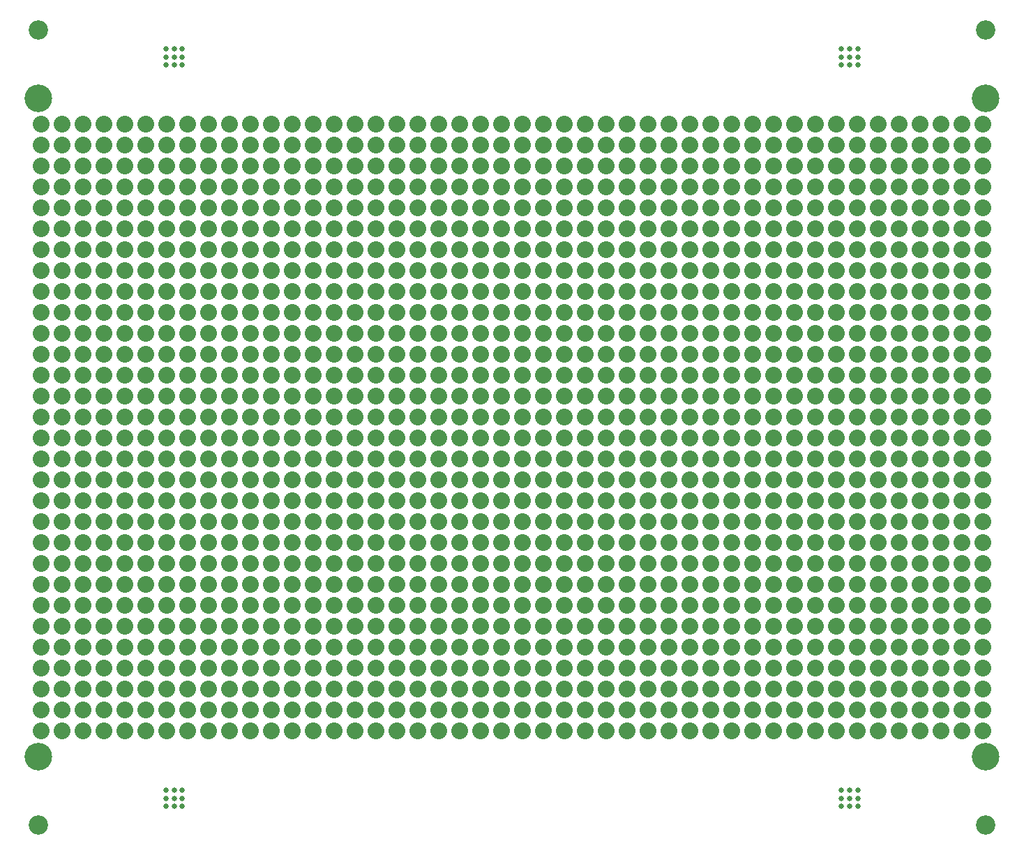
<source format=gbs>
G75*
%MOIN*%
%OFA0B0*%
%FSLAX25Y25*%
%IPPOS*%
%LPD*%
%AMOC8*
5,1,8,0,0,1.08239X$1,22.5*
%
%ADD10C,0.13198*%
%ADD11C,0.02569*%
%ADD12C,0.09261*%
%ADD13C,0.08000*%
D10*
X0016427Y0041170D03*
X0016427Y0356131D03*
X0469183Y0356131D03*
X0469183Y0041170D03*
D11*
X0408159Y0025422D03*
X0408159Y0021485D03*
X0408159Y0017548D03*
X0404222Y0017548D03*
X0404222Y0021485D03*
X0404222Y0025422D03*
X0400285Y0025422D03*
X0400285Y0021485D03*
X0400285Y0017548D03*
X0085324Y0017548D03*
X0081387Y0017548D03*
X0077450Y0017548D03*
X0077450Y0021485D03*
X0077450Y0025422D03*
X0081387Y0025422D03*
X0081387Y0021485D03*
X0085324Y0021485D03*
X0085324Y0025422D03*
X0085324Y0371879D03*
X0081387Y0371879D03*
X0077450Y0371879D03*
X0077450Y0375816D03*
X0077450Y0379753D03*
X0081387Y0379753D03*
X0081387Y0375816D03*
X0085324Y0375816D03*
X0085324Y0379753D03*
X0400285Y0379753D03*
X0404222Y0379753D03*
X0408159Y0379753D03*
X0408159Y0375816D03*
X0404222Y0375816D03*
X0400285Y0375816D03*
X0400285Y0371879D03*
X0404222Y0371879D03*
X0408159Y0371879D03*
D12*
X0016427Y0008690D03*
X0469183Y0008690D03*
X0469183Y0388611D03*
X0016427Y0388611D03*
D13*
X0017805Y0343650D03*
X0027805Y0343650D03*
X0037805Y0343650D03*
X0047805Y0343650D03*
X0057805Y0343650D03*
X0067805Y0343650D03*
X0067805Y0333650D03*
X0067805Y0323650D03*
X0057805Y0323650D03*
X0047805Y0323650D03*
X0037805Y0323650D03*
X0027805Y0323650D03*
X0017805Y0323650D03*
X0017805Y0333650D03*
X0027805Y0333650D03*
X0037805Y0333650D03*
X0047805Y0333650D03*
X0057805Y0333650D03*
X0057805Y0313650D03*
X0057805Y0303650D03*
X0067805Y0303650D03*
X0067805Y0313650D03*
X0077805Y0313650D03*
X0077805Y0303650D03*
X0087805Y0303650D03*
X0097805Y0303650D03*
X0107805Y0303650D03*
X0117805Y0303650D03*
X0127805Y0303650D03*
X0137805Y0303650D03*
X0147805Y0303650D03*
X0157805Y0303650D03*
X0167805Y0303650D03*
X0177805Y0303650D03*
X0187805Y0303650D03*
X0197805Y0303650D03*
X0207805Y0303650D03*
X0217805Y0303650D03*
X0227805Y0303650D03*
X0227805Y0313650D03*
X0217805Y0313650D03*
X0207805Y0313650D03*
X0197805Y0313650D03*
X0187805Y0313650D03*
X0177805Y0313650D03*
X0167805Y0313650D03*
X0157805Y0313650D03*
X0147805Y0313650D03*
X0137805Y0313650D03*
X0127805Y0313650D03*
X0117805Y0313650D03*
X0107805Y0313650D03*
X0097805Y0313650D03*
X0087805Y0313650D03*
X0087805Y0323650D03*
X0097805Y0323650D03*
X0107805Y0323650D03*
X0117805Y0323650D03*
X0127805Y0323650D03*
X0137805Y0323650D03*
X0147805Y0323650D03*
X0157805Y0323650D03*
X0167805Y0323650D03*
X0177805Y0323650D03*
X0187805Y0323650D03*
X0197805Y0323650D03*
X0207805Y0323650D03*
X0217805Y0323650D03*
X0227805Y0323650D03*
X0227805Y0333650D03*
X0217805Y0333650D03*
X0207805Y0333650D03*
X0197805Y0333650D03*
X0187805Y0333650D03*
X0177805Y0333650D03*
X0167805Y0333650D03*
X0157805Y0333650D03*
X0147805Y0333650D03*
X0137805Y0333650D03*
X0127805Y0333650D03*
X0117805Y0333650D03*
X0107805Y0333650D03*
X0097805Y0333650D03*
X0087805Y0333650D03*
X0077805Y0333650D03*
X0077805Y0323650D03*
X0077805Y0343650D03*
X0087805Y0343650D03*
X0097805Y0343650D03*
X0107805Y0343650D03*
X0117805Y0343650D03*
X0127805Y0343650D03*
X0137805Y0343650D03*
X0147805Y0343650D03*
X0157805Y0343650D03*
X0167805Y0343650D03*
X0177805Y0343650D03*
X0187805Y0343650D03*
X0197805Y0343650D03*
X0207805Y0343650D03*
X0217805Y0343650D03*
X0227805Y0343650D03*
X0237805Y0343650D03*
X0247805Y0343650D03*
X0257805Y0343650D03*
X0267805Y0343650D03*
X0277805Y0343650D03*
X0287805Y0343650D03*
X0297805Y0343650D03*
X0307805Y0343650D03*
X0317805Y0343650D03*
X0327805Y0343650D03*
X0337805Y0343650D03*
X0347805Y0343650D03*
X0357805Y0343650D03*
X0367805Y0343650D03*
X0377805Y0343650D03*
X0387805Y0343650D03*
X0387805Y0333650D03*
X0387805Y0323650D03*
X0377805Y0323650D03*
X0367805Y0323650D03*
X0357805Y0323650D03*
X0347805Y0323650D03*
X0337805Y0323650D03*
X0327805Y0323650D03*
X0317805Y0323650D03*
X0307805Y0323650D03*
X0297805Y0323650D03*
X0287805Y0323650D03*
X0277805Y0323650D03*
X0267805Y0323650D03*
X0257805Y0323650D03*
X0247805Y0323650D03*
X0237805Y0323650D03*
X0237805Y0333650D03*
X0247805Y0333650D03*
X0257805Y0333650D03*
X0267805Y0333650D03*
X0277805Y0333650D03*
X0287805Y0333650D03*
X0297805Y0333650D03*
X0307805Y0333650D03*
X0317805Y0333650D03*
X0327805Y0333650D03*
X0337805Y0333650D03*
X0347805Y0333650D03*
X0357805Y0333650D03*
X0367805Y0333650D03*
X0377805Y0333650D03*
X0377805Y0313650D03*
X0377805Y0303650D03*
X0387805Y0303650D03*
X0387805Y0313650D03*
X0397805Y0313650D03*
X0397805Y0303650D03*
X0407805Y0303650D03*
X0417805Y0303650D03*
X0427805Y0303650D03*
X0437805Y0303650D03*
X0447805Y0303650D03*
X0457805Y0303650D03*
X0467805Y0303650D03*
X0467805Y0313650D03*
X0457805Y0313650D03*
X0447805Y0313650D03*
X0437805Y0313650D03*
X0427805Y0313650D03*
X0417805Y0313650D03*
X0407805Y0313650D03*
X0407805Y0323650D03*
X0417805Y0323650D03*
X0427805Y0323650D03*
X0437805Y0323650D03*
X0447805Y0323650D03*
X0457805Y0323650D03*
X0467805Y0323650D03*
X0467805Y0333650D03*
X0457805Y0333650D03*
X0447805Y0333650D03*
X0437805Y0333650D03*
X0427805Y0333650D03*
X0417805Y0333650D03*
X0407805Y0333650D03*
X0397805Y0333650D03*
X0397805Y0323650D03*
X0397805Y0343650D03*
X0407805Y0343650D03*
X0417805Y0343650D03*
X0427805Y0343650D03*
X0437805Y0343650D03*
X0447805Y0343650D03*
X0457805Y0343650D03*
X0467805Y0343650D03*
X0467805Y0293650D03*
X0467805Y0283650D03*
X0457805Y0283650D03*
X0447805Y0283650D03*
X0437805Y0283650D03*
X0427805Y0283650D03*
X0417805Y0283650D03*
X0407805Y0283650D03*
X0397805Y0283650D03*
X0397805Y0293650D03*
X0407805Y0293650D03*
X0417805Y0293650D03*
X0427805Y0293650D03*
X0437805Y0293650D03*
X0447805Y0293650D03*
X0457805Y0293650D03*
X0457805Y0273650D03*
X0457805Y0263650D03*
X0467805Y0263650D03*
X0467805Y0273650D03*
X0447805Y0273650D03*
X0447805Y0263650D03*
X0437805Y0263650D03*
X0427805Y0263650D03*
X0417805Y0263650D03*
X0407805Y0263650D03*
X0397805Y0263650D03*
X0397805Y0273650D03*
X0407805Y0273650D03*
X0417805Y0273650D03*
X0427805Y0273650D03*
X0437805Y0273650D03*
X0437805Y0253650D03*
X0437805Y0243650D03*
X0447805Y0243650D03*
X0457805Y0243650D03*
X0467805Y0243650D03*
X0467805Y0253650D03*
X0457805Y0253650D03*
X0447805Y0253650D03*
X0427805Y0253650D03*
X0427805Y0243650D03*
X0417805Y0243650D03*
X0407805Y0243650D03*
X0397805Y0243650D03*
X0397805Y0253650D03*
X0407805Y0253650D03*
X0417805Y0253650D03*
X0417805Y0233650D03*
X0417805Y0223650D03*
X0427805Y0223650D03*
X0437805Y0223650D03*
X0447805Y0223650D03*
X0457805Y0223650D03*
X0467805Y0223650D03*
X0467805Y0233650D03*
X0457805Y0233650D03*
X0447805Y0233650D03*
X0437805Y0233650D03*
X0427805Y0233650D03*
X0407805Y0233650D03*
X0407805Y0223650D03*
X0397805Y0223650D03*
X0397805Y0233650D03*
X0387805Y0233650D03*
X0387805Y0223650D03*
X0377805Y0223650D03*
X0367805Y0223650D03*
X0357805Y0223650D03*
X0347805Y0223650D03*
X0337805Y0223650D03*
X0327805Y0223650D03*
X0317805Y0223650D03*
X0307805Y0223650D03*
X0297805Y0223650D03*
X0287805Y0223650D03*
X0277805Y0223650D03*
X0267805Y0223650D03*
X0257805Y0223650D03*
X0247805Y0223650D03*
X0237805Y0223650D03*
X0237805Y0233650D03*
X0247805Y0233650D03*
X0257805Y0233650D03*
X0267805Y0233650D03*
X0277805Y0233650D03*
X0287805Y0233650D03*
X0297805Y0233650D03*
X0307805Y0233650D03*
X0317805Y0233650D03*
X0327805Y0233650D03*
X0337805Y0233650D03*
X0347805Y0233650D03*
X0357805Y0233650D03*
X0367805Y0233650D03*
X0377805Y0233650D03*
X0377805Y0243650D03*
X0387805Y0243650D03*
X0387805Y0253650D03*
X0377805Y0253650D03*
X0367805Y0253650D03*
X0367805Y0243650D03*
X0357805Y0243650D03*
X0347805Y0243650D03*
X0337805Y0243650D03*
X0327805Y0243650D03*
X0317805Y0243650D03*
X0307805Y0243650D03*
X0297805Y0243650D03*
X0287805Y0243650D03*
X0277805Y0243650D03*
X0267805Y0243650D03*
X0257805Y0243650D03*
X0247805Y0243650D03*
X0237805Y0243650D03*
X0237805Y0253650D03*
X0247805Y0253650D03*
X0257805Y0253650D03*
X0267805Y0253650D03*
X0277805Y0253650D03*
X0287805Y0253650D03*
X0297805Y0253650D03*
X0307805Y0253650D03*
X0317805Y0253650D03*
X0327805Y0253650D03*
X0337805Y0253650D03*
X0347805Y0253650D03*
X0357805Y0253650D03*
X0357805Y0263650D03*
X0367805Y0263650D03*
X0377805Y0263650D03*
X0387805Y0263650D03*
X0387805Y0273650D03*
X0377805Y0273650D03*
X0367805Y0273650D03*
X0357805Y0273650D03*
X0347805Y0273650D03*
X0347805Y0263650D03*
X0337805Y0263650D03*
X0327805Y0263650D03*
X0317805Y0263650D03*
X0307805Y0263650D03*
X0297805Y0263650D03*
X0287805Y0263650D03*
X0277805Y0263650D03*
X0267805Y0263650D03*
X0257805Y0263650D03*
X0247805Y0263650D03*
X0237805Y0263650D03*
X0237805Y0273650D03*
X0247805Y0273650D03*
X0257805Y0273650D03*
X0267805Y0273650D03*
X0277805Y0273650D03*
X0287805Y0273650D03*
X0297805Y0273650D03*
X0307805Y0273650D03*
X0317805Y0273650D03*
X0327805Y0273650D03*
X0337805Y0273650D03*
X0337805Y0283650D03*
X0347805Y0283650D03*
X0357805Y0283650D03*
X0367805Y0283650D03*
X0377805Y0283650D03*
X0387805Y0283650D03*
X0387805Y0293650D03*
X0377805Y0293650D03*
X0367805Y0293650D03*
X0357805Y0293650D03*
X0347805Y0293650D03*
X0337805Y0293650D03*
X0327805Y0293650D03*
X0327805Y0283650D03*
X0317805Y0283650D03*
X0307805Y0283650D03*
X0297805Y0283650D03*
X0287805Y0283650D03*
X0277805Y0283650D03*
X0267805Y0283650D03*
X0257805Y0283650D03*
X0247805Y0283650D03*
X0237805Y0283650D03*
X0237805Y0293650D03*
X0247805Y0293650D03*
X0257805Y0293650D03*
X0267805Y0293650D03*
X0277805Y0293650D03*
X0287805Y0293650D03*
X0297805Y0293650D03*
X0307805Y0293650D03*
X0317805Y0293650D03*
X0317805Y0303650D03*
X0327805Y0303650D03*
X0337805Y0303650D03*
X0347805Y0303650D03*
X0357805Y0303650D03*
X0367805Y0303650D03*
X0367805Y0313650D03*
X0357805Y0313650D03*
X0347805Y0313650D03*
X0337805Y0313650D03*
X0327805Y0313650D03*
X0317805Y0313650D03*
X0307805Y0313650D03*
X0307805Y0303650D03*
X0297805Y0303650D03*
X0287805Y0303650D03*
X0277805Y0303650D03*
X0267805Y0303650D03*
X0257805Y0303650D03*
X0247805Y0303650D03*
X0237805Y0303650D03*
X0237805Y0313650D03*
X0247805Y0313650D03*
X0257805Y0313650D03*
X0267805Y0313650D03*
X0277805Y0313650D03*
X0287805Y0313650D03*
X0297805Y0313650D03*
X0227805Y0293650D03*
X0227805Y0283650D03*
X0217805Y0283650D03*
X0207805Y0283650D03*
X0197805Y0283650D03*
X0187805Y0283650D03*
X0177805Y0283650D03*
X0167805Y0283650D03*
X0157805Y0283650D03*
X0147805Y0283650D03*
X0137805Y0283650D03*
X0127805Y0283650D03*
X0117805Y0283650D03*
X0107805Y0283650D03*
X0097805Y0283650D03*
X0087805Y0283650D03*
X0077805Y0283650D03*
X0077805Y0293650D03*
X0087805Y0293650D03*
X0097805Y0293650D03*
X0107805Y0293650D03*
X0117805Y0293650D03*
X0127805Y0293650D03*
X0137805Y0293650D03*
X0147805Y0293650D03*
X0157805Y0293650D03*
X0167805Y0293650D03*
X0177805Y0293650D03*
X0187805Y0293650D03*
X0197805Y0293650D03*
X0207805Y0293650D03*
X0217805Y0293650D03*
X0217805Y0273650D03*
X0217805Y0263650D03*
X0227805Y0263650D03*
X0227805Y0273650D03*
X0207805Y0273650D03*
X0207805Y0263650D03*
X0197805Y0263650D03*
X0187805Y0263650D03*
X0177805Y0263650D03*
X0167805Y0263650D03*
X0157805Y0263650D03*
X0147805Y0263650D03*
X0137805Y0263650D03*
X0127805Y0263650D03*
X0117805Y0263650D03*
X0107805Y0263650D03*
X0097805Y0263650D03*
X0087805Y0263650D03*
X0077805Y0263650D03*
X0077805Y0273650D03*
X0087805Y0273650D03*
X0097805Y0273650D03*
X0107805Y0273650D03*
X0117805Y0273650D03*
X0127805Y0273650D03*
X0137805Y0273650D03*
X0147805Y0273650D03*
X0157805Y0273650D03*
X0167805Y0273650D03*
X0177805Y0273650D03*
X0187805Y0273650D03*
X0197805Y0273650D03*
X0197805Y0253650D03*
X0197805Y0243650D03*
X0207805Y0243650D03*
X0217805Y0243650D03*
X0227805Y0243650D03*
X0227805Y0253650D03*
X0217805Y0253650D03*
X0207805Y0253650D03*
X0187805Y0253650D03*
X0187805Y0243650D03*
X0177805Y0243650D03*
X0167805Y0243650D03*
X0157805Y0243650D03*
X0147805Y0243650D03*
X0137805Y0243650D03*
X0127805Y0243650D03*
X0117805Y0243650D03*
X0107805Y0243650D03*
X0097805Y0243650D03*
X0087805Y0243650D03*
X0077805Y0243650D03*
X0077805Y0253650D03*
X0087805Y0253650D03*
X0097805Y0253650D03*
X0107805Y0253650D03*
X0117805Y0253650D03*
X0127805Y0253650D03*
X0137805Y0253650D03*
X0147805Y0253650D03*
X0157805Y0253650D03*
X0167805Y0253650D03*
X0177805Y0253650D03*
X0177805Y0233650D03*
X0177805Y0223650D03*
X0187805Y0223650D03*
X0197805Y0223650D03*
X0207805Y0223650D03*
X0217805Y0223650D03*
X0227805Y0223650D03*
X0227805Y0233650D03*
X0217805Y0233650D03*
X0207805Y0233650D03*
X0197805Y0233650D03*
X0187805Y0233650D03*
X0167805Y0233650D03*
X0167805Y0223650D03*
X0157805Y0223650D03*
X0147805Y0223650D03*
X0137805Y0223650D03*
X0127805Y0223650D03*
X0117805Y0223650D03*
X0107805Y0223650D03*
X0097805Y0223650D03*
X0087805Y0223650D03*
X0077805Y0223650D03*
X0077805Y0233650D03*
X0087805Y0233650D03*
X0097805Y0233650D03*
X0107805Y0233650D03*
X0117805Y0233650D03*
X0127805Y0233650D03*
X0137805Y0233650D03*
X0147805Y0233650D03*
X0157805Y0233650D03*
X0157805Y0213650D03*
X0157805Y0203650D03*
X0167805Y0203650D03*
X0177805Y0203650D03*
X0187805Y0203650D03*
X0197805Y0203650D03*
X0207805Y0203650D03*
X0217805Y0203650D03*
X0227805Y0203650D03*
X0227805Y0213650D03*
X0217805Y0213650D03*
X0207805Y0213650D03*
X0197805Y0213650D03*
X0187805Y0213650D03*
X0177805Y0213650D03*
X0167805Y0213650D03*
X0147805Y0213650D03*
X0147805Y0203650D03*
X0137805Y0203650D03*
X0127805Y0203650D03*
X0117805Y0203650D03*
X0107805Y0203650D03*
X0097805Y0203650D03*
X0087805Y0203650D03*
X0077805Y0203650D03*
X0077805Y0213650D03*
X0087805Y0213650D03*
X0097805Y0213650D03*
X0107805Y0213650D03*
X0117805Y0213650D03*
X0127805Y0213650D03*
X0137805Y0213650D03*
X0137805Y0193650D03*
X0137805Y0183650D03*
X0147805Y0183650D03*
X0157805Y0183650D03*
X0167805Y0183650D03*
X0177805Y0183650D03*
X0187805Y0183650D03*
X0197805Y0183650D03*
X0207805Y0183650D03*
X0217805Y0183650D03*
X0227805Y0183650D03*
X0227805Y0193650D03*
X0217805Y0193650D03*
X0207805Y0193650D03*
X0197805Y0193650D03*
X0187805Y0193650D03*
X0177805Y0193650D03*
X0167805Y0193650D03*
X0157805Y0193650D03*
X0147805Y0193650D03*
X0127805Y0193650D03*
X0127805Y0183650D03*
X0117805Y0183650D03*
X0107805Y0183650D03*
X0097805Y0183650D03*
X0087805Y0183650D03*
X0077805Y0183650D03*
X0077805Y0193650D03*
X0087805Y0193650D03*
X0097805Y0193650D03*
X0107805Y0193650D03*
X0117805Y0193650D03*
X0117805Y0173650D03*
X0117805Y0163650D03*
X0127805Y0163650D03*
X0137805Y0163650D03*
X0147805Y0163650D03*
X0157805Y0163650D03*
X0167805Y0163650D03*
X0177805Y0163650D03*
X0187805Y0163650D03*
X0197805Y0163650D03*
X0207805Y0163650D03*
X0217805Y0163650D03*
X0227805Y0163650D03*
X0227805Y0173650D03*
X0217805Y0173650D03*
X0207805Y0173650D03*
X0197805Y0173650D03*
X0187805Y0173650D03*
X0177805Y0173650D03*
X0167805Y0173650D03*
X0157805Y0173650D03*
X0147805Y0173650D03*
X0137805Y0173650D03*
X0127805Y0173650D03*
X0107805Y0173650D03*
X0107805Y0163650D03*
X0097805Y0163650D03*
X0087805Y0163650D03*
X0077805Y0163650D03*
X0077805Y0173650D03*
X0087805Y0173650D03*
X0097805Y0173650D03*
X0097805Y0153650D03*
X0097805Y0143650D03*
X0107805Y0143650D03*
X0117805Y0143650D03*
X0127805Y0143650D03*
X0137805Y0143650D03*
X0147805Y0143650D03*
X0157805Y0143650D03*
X0167805Y0143650D03*
X0177805Y0143650D03*
X0187805Y0143650D03*
X0197805Y0143650D03*
X0207805Y0143650D03*
X0217805Y0143650D03*
X0227805Y0143650D03*
X0227805Y0153650D03*
X0217805Y0153650D03*
X0207805Y0153650D03*
X0197805Y0153650D03*
X0187805Y0153650D03*
X0177805Y0153650D03*
X0167805Y0153650D03*
X0157805Y0153650D03*
X0147805Y0153650D03*
X0137805Y0153650D03*
X0127805Y0153650D03*
X0117805Y0153650D03*
X0107805Y0153650D03*
X0087805Y0153650D03*
X0087805Y0143650D03*
X0077805Y0143650D03*
X0077805Y0153650D03*
X0067805Y0153650D03*
X0067805Y0143650D03*
X0057805Y0143650D03*
X0047805Y0143650D03*
X0037805Y0143650D03*
X0027805Y0143650D03*
X0017805Y0143650D03*
X0017805Y0153650D03*
X0027805Y0153650D03*
X0037805Y0153650D03*
X0047805Y0153650D03*
X0057805Y0153650D03*
X0057805Y0163650D03*
X0067805Y0163650D03*
X0067805Y0173650D03*
X0057805Y0173650D03*
X0047805Y0173650D03*
X0047805Y0163650D03*
X0037805Y0163650D03*
X0027805Y0163650D03*
X0017805Y0163650D03*
X0017805Y0173650D03*
X0027805Y0173650D03*
X0037805Y0173650D03*
X0037805Y0183650D03*
X0047805Y0183650D03*
X0057805Y0183650D03*
X0067805Y0183650D03*
X0067805Y0193650D03*
X0057805Y0193650D03*
X0047805Y0193650D03*
X0037805Y0193650D03*
X0027805Y0193650D03*
X0027805Y0183650D03*
X0017805Y0183650D03*
X0017805Y0193650D03*
X0017805Y0203650D03*
X0027805Y0203650D03*
X0037805Y0203650D03*
X0047805Y0203650D03*
X0057805Y0203650D03*
X0067805Y0203650D03*
X0067805Y0213650D03*
X0057805Y0213650D03*
X0047805Y0213650D03*
X0037805Y0213650D03*
X0027805Y0213650D03*
X0017805Y0213650D03*
X0017805Y0223650D03*
X0027805Y0223650D03*
X0037805Y0223650D03*
X0047805Y0223650D03*
X0057805Y0223650D03*
X0067805Y0223650D03*
X0067805Y0233650D03*
X0057805Y0233650D03*
X0047805Y0233650D03*
X0037805Y0233650D03*
X0027805Y0233650D03*
X0017805Y0233650D03*
X0017805Y0243650D03*
X0027805Y0243650D03*
X0037805Y0243650D03*
X0047805Y0243650D03*
X0057805Y0243650D03*
X0067805Y0243650D03*
X0067805Y0253650D03*
X0057805Y0253650D03*
X0047805Y0253650D03*
X0037805Y0253650D03*
X0027805Y0253650D03*
X0017805Y0253650D03*
X0017805Y0263650D03*
X0027805Y0263650D03*
X0037805Y0263650D03*
X0047805Y0263650D03*
X0057805Y0263650D03*
X0067805Y0263650D03*
X0067805Y0273650D03*
X0057805Y0273650D03*
X0047805Y0273650D03*
X0037805Y0273650D03*
X0027805Y0273650D03*
X0017805Y0273650D03*
X0017805Y0283650D03*
X0027805Y0283650D03*
X0037805Y0283650D03*
X0047805Y0283650D03*
X0057805Y0283650D03*
X0067805Y0283650D03*
X0067805Y0293650D03*
X0057805Y0293650D03*
X0047805Y0293650D03*
X0037805Y0293650D03*
X0027805Y0293650D03*
X0017805Y0293650D03*
X0017805Y0303650D03*
X0027805Y0303650D03*
X0037805Y0303650D03*
X0047805Y0303650D03*
X0047805Y0313650D03*
X0037805Y0313650D03*
X0027805Y0313650D03*
X0017805Y0313650D03*
X0017805Y0133650D03*
X0017805Y0123650D03*
X0027805Y0123650D03*
X0037805Y0123650D03*
X0047805Y0123650D03*
X0057805Y0123650D03*
X0067805Y0123650D03*
X0067805Y0133650D03*
X0057805Y0133650D03*
X0047805Y0133650D03*
X0037805Y0133650D03*
X0027805Y0133650D03*
X0027805Y0113650D03*
X0027805Y0103650D03*
X0037805Y0103650D03*
X0047805Y0103650D03*
X0057805Y0103650D03*
X0067805Y0103650D03*
X0067805Y0113650D03*
X0057805Y0113650D03*
X0047805Y0113650D03*
X0037805Y0113650D03*
X0017805Y0113650D03*
X0017805Y0103650D03*
X0017805Y0093650D03*
X0017805Y0083650D03*
X0027805Y0083650D03*
X0037805Y0083650D03*
X0047805Y0083650D03*
X0057805Y0083650D03*
X0067805Y0083650D03*
X0067805Y0093650D03*
X0057805Y0093650D03*
X0047805Y0093650D03*
X0037805Y0093650D03*
X0027805Y0093650D03*
X0027805Y0073650D03*
X0027805Y0063650D03*
X0037805Y0063650D03*
X0047805Y0063650D03*
X0057805Y0063650D03*
X0067805Y0063650D03*
X0067805Y0073650D03*
X0057805Y0073650D03*
X0047805Y0073650D03*
X0037805Y0073650D03*
X0017805Y0073650D03*
X0017805Y0063650D03*
X0017805Y0053650D03*
X0027805Y0053650D03*
X0037805Y0053650D03*
X0047805Y0053650D03*
X0057805Y0053650D03*
X0067805Y0053650D03*
X0077805Y0053650D03*
X0087805Y0053650D03*
X0097805Y0053650D03*
X0107805Y0053650D03*
X0117805Y0053650D03*
X0127805Y0053650D03*
X0137805Y0053650D03*
X0147805Y0053650D03*
X0157805Y0053650D03*
X0167805Y0053650D03*
X0177805Y0053650D03*
X0187805Y0053650D03*
X0197805Y0053650D03*
X0207805Y0053650D03*
X0217805Y0053650D03*
X0227805Y0053650D03*
X0237805Y0053650D03*
X0247805Y0053650D03*
X0257805Y0053650D03*
X0267805Y0053650D03*
X0277805Y0053650D03*
X0287805Y0053650D03*
X0297805Y0053650D03*
X0307805Y0053650D03*
X0317805Y0053650D03*
X0327805Y0053650D03*
X0337805Y0053650D03*
X0347805Y0053650D03*
X0357805Y0053650D03*
X0367805Y0053650D03*
X0377805Y0053650D03*
X0387805Y0053650D03*
X0397805Y0053650D03*
X0407805Y0053650D03*
X0417805Y0053650D03*
X0427805Y0053650D03*
X0437805Y0053650D03*
X0447805Y0053650D03*
X0457805Y0053650D03*
X0467805Y0053650D03*
X0467805Y0063650D03*
X0457805Y0063650D03*
X0447805Y0063650D03*
X0437805Y0063650D03*
X0427805Y0063650D03*
X0417805Y0063650D03*
X0407805Y0063650D03*
X0397805Y0063650D03*
X0397805Y0073650D03*
X0407805Y0073650D03*
X0417805Y0073650D03*
X0427805Y0073650D03*
X0437805Y0073650D03*
X0447805Y0073650D03*
X0457805Y0073650D03*
X0467805Y0073650D03*
X0467805Y0083650D03*
X0457805Y0083650D03*
X0447805Y0083650D03*
X0437805Y0083650D03*
X0427805Y0083650D03*
X0417805Y0083650D03*
X0407805Y0083650D03*
X0397805Y0083650D03*
X0397805Y0093650D03*
X0407805Y0093650D03*
X0417805Y0093650D03*
X0427805Y0093650D03*
X0437805Y0093650D03*
X0447805Y0093650D03*
X0457805Y0093650D03*
X0467805Y0093650D03*
X0467805Y0103650D03*
X0457805Y0103650D03*
X0447805Y0103650D03*
X0437805Y0103650D03*
X0427805Y0103650D03*
X0417805Y0103650D03*
X0407805Y0103650D03*
X0397805Y0103650D03*
X0397805Y0113650D03*
X0407805Y0113650D03*
X0417805Y0113650D03*
X0427805Y0113650D03*
X0437805Y0113650D03*
X0447805Y0113650D03*
X0457805Y0113650D03*
X0467805Y0113650D03*
X0467805Y0123650D03*
X0457805Y0123650D03*
X0447805Y0123650D03*
X0437805Y0123650D03*
X0427805Y0123650D03*
X0417805Y0123650D03*
X0407805Y0123650D03*
X0397805Y0123650D03*
X0397805Y0133650D03*
X0407805Y0133650D03*
X0417805Y0133650D03*
X0427805Y0133650D03*
X0437805Y0133650D03*
X0447805Y0133650D03*
X0457805Y0133650D03*
X0467805Y0133650D03*
X0467805Y0143650D03*
X0457805Y0143650D03*
X0447805Y0143650D03*
X0437805Y0143650D03*
X0427805Y0143650D03*
X0417805Y0143650D03*
X0407805Y0143650D03*
X0397805Y0143650D03*
X0397805Y0153650D03*
X0407805Y0153650D03*
X0417805Y0153650D03*
X0427805Y0153650D03*
X0437805Y0153650D03*
X0447805Y0153650D03*
X0457805Y0153650D03*
X0467805Y0153650D03*
X0467805Y0163650D03*
X0457805Y0163650D03*
X0447805Y0163650D03*
X0437805Y0163650D03*
X0427805Y0163650D03*
X0417805Y0163650D03*
X0407805Y0163650D03*
X0397805Y0163650D03*
X0397805Y0173650D03*
X0407805Y0173650D03*
X0417805Y0173650D03*
X0427805Y0173650D03*
X0437805Y0173650D03*
X0447805Y0173650D03*
X0457805Y0173650D03*
X0467805Y0173650D03*
X0467805Y0183650D03*
X0457805Y0183650D03*
X0447805Y0183650D03*
X0437805Y0183650D03*
X0427805Y0183650D03*
X0417805Y0183650D03*
X0407805Y0183650D03*
X0397805Y0183650D03*
X0397805Y0193650D03*
X0407805Y0193650D03*
X0417805Y0193650D03*
X0427805Y0193650D03*
X0437805Y0193650D03*
X0447805Y0193650D03*
X0457805Y0193650D03*
X0467805Y0193650D03*
X0467805Y0203650D03*
X0457805Y0203650D03*
X0447805Y0203650D03*
X0437805Y0203650D03*
X0427805Y0203650D03*
X0417805Y0203650D03*
X0407805Y0203650D03*
X0397805Y0203650D03*
X0397805Y0213650D03*
X0407805Y0213650D03*
X0417805Y0213650D03*
X0427805Y0213650D03*
X0437805Y0213650D03*
X0447805Y0213650D03*
X0457805Y0213650D03*
X0467805Y0213650D03*
X0387805Y0213650D03*
X0387805Y0203650D03*
X0377805Y0203650D03*
X0367805Y0203650D03*
X0357805Y0203650D03*
X0347805Y0203650D03*
X0337805Y0203650D03*
X0327805Y0203650D03*
X0317805Y0203650D03*
X0307805Y0203650D03*
X0297805Y0203650D03*
X0287805Y0203650D03*
X0277805Y0203650D03*
X0267805Y0203650D03*
X0257805Y0203650D03*
X0247805Y0203650D03*
X0237805Y0203650D03*
X0237805Y0213650D03*
X0247805Y0213650D03*
X0257805Y0213650D03*
X0267805Y0213650D03*
X0277805Y0213650D03*
X0287805Y0213650D03*
X0297805Y0213650D03*
X0307805Y0213650D03*
X0317805Y0213650D03*
X0327805Y0213650D03*
X0337805Y0213650D03*
X0347805Y0213650D03*
X0357805Y0213650D03*
X0367805Y0213650D03*
X0377805Y0213650D03*
X0377805Y0193650D03*
X0377805Y0183650D03*
X0387805Y0183650D03*
X0387805Y0193650D03*
X0367805Y0193650D03*
X0367805Y0183650D03*
X0357805Y0183650D03*
X0347805Y0183650D03*
X0337805Y0183650D03*
X0327805Y0183650D03*
X0317805Y0183650D03*
X0307805Y0183650D03*
X0297805Y0183650D03*
X0287805Y0183650D03*
X0277805Y0183650D03*
X0267805Y0183650D03*
X0257805Y0183650D03*
X0247805Y0183650D03*
X0237805Y0183650D03*
X0237805Y0193650D03*
X0247805Y0193650D03*
X0257805Y0193650D03*
X0267805Y0193650D03*
X0277805Y0193650D03*
X0287805Y0193650D03*
X0297805Y0193650D03*
X0307805Y0193650D03*
X0317805Y0193650D03*
X0327805Y0193650D03*
X0337805Y0193650D03*
X0347805Y0193650D03*
X0357805Y0193650D03*
X0357805Y0173650D03*
X0357805Y0163650D03*
X0367805Y0163650D03*
X0377805Y0163650D03*
X0387805Y0163650D03*
X0387805Y0173650D03*
X0377805Y0173650D03*
X0367805Y0173650D03*
X0347805Y0173650D03*
X0347805Y0163650D03*
X0337805Y0163650D03*
X0327805Y0163650D03*
X0317805Y0163650D03*
X0307805Y0163650D03*
X0297805Y0163650D03*
X0287805Y0163650D03*
X0277805Y0163650D03*
X0267805Y0163650D03*
X0257805Y0163650D03*
X0247805Y0163650D03*
X0237805Y0163650D03*
X0237805Y0173650D03*
X0247805Y0173650D03*
X0257805Y0173650D03*
X0267805Y0173650D03*
X0277805Y0173650D03*
X0287805Y0173650D03*
X0297805Y0173650D03*
X0307805Y0173650D03*
X0317805Y0173650D03*
X0327805Y0173650D03*
X0337805Y0173650D03*
X0337805Y0153650D03*
X0337805Y0143650D03*
X0347805Y0143650D03*
X0357805Y0143650D03*
X0367805Y0143650D03*
X0377805Y0143650D03*
X0387805Y0143650D03*
X0387805Y0153650D03*
X0377805Y0153650D03*
X0367805Y0153650D03*
X0357805Y0153650D03*
X0347805Y0153650D03*
X0327805Y0153650D03*
X0327805Y0143650D03*
X0317805Y0143650D03*
X0307805Y0143650D03*
X0297805Y0143650D03*
X0287805Y0143650D03*
X0277805Y0143650D03*
X0267805Y0143650D03*
X0257805Y0143650D03*
X0247805Y0143650D03*
X0237805Y0143650D03*
X0237805Y0153650D03*
X0247805Y0153650D03*
X0257805Y0153650D03*
X0267805Y0153650D03*
X0277805Y0153650D03*
X0287805Y0153650D03*
X0297805Y0153650D03*
X0307805Y0153650D03*
X0317805Y0153650D03*
X0317805Y0133650D03*
X0317805Y0123650D03*
X0327805Y0123650D03*
X0337805Y0123650D03*
X0347805Y0123650D03*
X0357805Y0123650D03*
X0367805Y0123650D03*
X0377805Y0123650D03*
X0387805Y0123650D03*
X0387805Y0133650D03*
X0377805Y0133650D03*
X0367805Y0133650D03*
X0357805Y0133650D03*
X0347805Y0133650D03*
X0337805Y0133650D03*
X0327805Y0133650D03*
X0307805Y0133650D03*
X0307805Y0123650D03*
X0297805Y0123650D03*
X0287805Y0123650D03*
X0277805Y0123650D03*
X0267805Y0123650D03*
X0257805Y0123650D03*
X0247805Y0123650D03*
X0237805Y0123650D03*
X0237805Y0133650D03*
X0247805Y0133650D03*
X0257805Y0133650D03*
X0267805Y0133650D03*
X0277805Y0133650D03*
X0287805Y0133650D03*
X0297805Y0133650D03*
X0297805Y0113650D03*
X0297805Y0103650D03*
X0307805Y0103650D03*
X0317805Y0103650D03*
X0327805Y0103650D03*
X0337805Y0103650D03*
X0347805Y0103650D03*
X0357805Y0103650D03*
X0367805Y0103650D03*
X0377805Y0103650D03*
X0387805Y0103650D03*
X0387805Y0113650D03*
X0377805Y0113650D03*
X0367805Y0113650D03*
X0357805Y0113650D03*
X0347805Y0113650D03*
X0337805Y0113650D03*
X0327805Y0113650D03*
X0317805Y0113650D03*
X0307805Y0113650D03*
X0287805Y0113650D03*
X0287805Y0103650D03*
X0277805Y0103650D03*
X0267805Y0103650D03*
X0257805Y0103650D03*
X0247805Y0103650D03*
X0237805Y0103650D03*
X0237805Y0113650D03*
X0247805Y0113650D03*
X0257805Y0113650D03*
X0267805Y0113650D03*
X0277805Y0113650D03*
X0277805Y0093650D03*
X0277805Y0083650D03*
X0287805Y0083650D03*
X0297805Y0083650D03*
X0307805Y0083650D03*
X0317805Y0083650D03*
X0327805Y0083650D03*
X0337805Y0083650D03*
X0347805Y0083650D03*
X0357805Y0083650D03*
X0367805Y0083650D03*
X0377805Y0083650D03*
X0387805Y0083650D03*
X0387805Y0093650D03*
X0377805Y0093650D03*
X0367805Y0093650D03*
X0357805Y0093650D03*
X0347805Y0093650D03*
X0337805Y0093650D03*
X0327805Y0093650D03*
X0317805Y0093650D03*
X0307805Y0093650D03*
X0297805Y0093650D03*
X0287805Y0093650D03*
X0267805Y0093650D03*
X0267805Y0083650D03*
X0257805Y0083650D03*
X0247805Y0083650D03*
X0237805Y0083650D03*
X0237805Y0093650D03*
X0247805Y0093650D03*
X0257805Y0093650D03*
X0257805Y0073650D03*
X0257805Y0063650D03*
X0267805Y0063650D03*
X0277805Y0063650D03*
X0287805Y0063650D03*
X0297805Y0063650D03*
X0307805Y0063650D03*
X0317805Y0063650D03*
X0327805Y0063650D03*
X0337805Y0063650D03*
X0347805Y0063650D03*
X0357805Y0063650D03*
X0367805Y0063650D03*
X0377805Y0063650D03*
X0387805Y0063650D03*
X0387805Y0073650D03*
X0377805Y0073650D03*
X0367805Y0073650D03*
X0357805Y0073650D03*
X0347805Y0073650D03*
X0337805Y0073650D03*
X0327805Y0073650D03*
X0317805Y0073650D03*
X0307805Y0073650D03*
X0297805Y0073650D03*
X0287805Y0073650D03*
X0277805Y0073650D03*
X0267805Y0073650D03*
X0247805Y0073650D03*
X0247805Y0063650D03*
X0237805Y0063650D03*
X0237805Y0073650D03*
X0227805Y0073650D03*
X0227805Y0063650D03*
X0217805Y0063650D03*
X0207805Y0063650D03*
X0197805Y0063650D03*
X0187805Y0063650D03*
X0177805Y0063650D03*
X0167805Y0063650D03*
X0157805Y0063650D03*
X0147805Y0063650D03*
X0137805Y0063650D03*
X0127805Y0063650D03*
X0117805Y0063650D03*
X0107805Y0063650D03*
X0097805Y0063650D03*
X0087805Y0063650D03*
X0077805Y0063650D03*
X0077805Y0073650D03*
X0087805Y0073650D03*
X0097805Y0073650D03*
X0107805Y0073650D03*
X0117805Y0073650D03*
X0127805Y0073650D03*
X0137805Y0073650D03*
X0147805Y0073650D03*
X0157805Y0073650D03*
X0167805Y0073650D03*
X0177805Y0073650D03*
X0187805Y0073650D03*
X0197805Y0073650D03*
X0207805Y0073650D03*
X0217805Y0073650D03*
X0217805Y0083650D03*
X0227805Y0083650D03*
X0227805Y0093650D03*
X0217805Y0093650D03*
X0207805Y0093650D03*
X0207805Y0083650D03*
X0197805Y0083650D03*
X0187805Y0083650D03*
X0177805Y0083650D03*
X0167805Y0083650D03*
X0157805Y0083650D03*
X0147805Y0083650D03*
X0137805Y0083650D03*
X0127805Y0083650D03*
X0117805Y0083650D03*
X0107805Y0083650D03*
X0097805Y0083650D03*
X0087805Y0083650D03*
X0077805Y0083650D03*
X0077805Y0093650D03*
X0087805Y0093650D03*
X0097805Y0093650D03*
X0107805Y0093650D03*
X0117805Y0093650D03*
X0127805Y0093650D03*
X0137805Y0093650D03*
X0147805Y0093650D03*
X0157805Y0093650D03*
X0167805Y0093650D03*
X0177805Y0093650D03*
X0187805Y0093650D03*
X0197805Y0093650D03*
X0197805Y0103650D03*
X0207805Y0103650D03*
X0217805Y0103650D03*
X0227805Y0103650D03*
X0227805Y0113650D03*
X0217805Y0113650D03*
X0207805Y0113650D03*
X0197805Y0113650D03*
X0187805Y0113650D03*
X0187805Y0103650D03*
X0177805Y0103650D03*
X0167805Y0103650D03*
X0157805Y0103650D03*
X0147805Y0103650D03*
X0137805Y0103650D03*
X0127805Y0103650D03*
X0117805Y0103650D03*
X0107805Y0103650D03*
X0097805Y0103650D03*
X0087805Y0103650D03*
X0077805Y0103650D03*
X0077805Y0113650D03*
X0087805Y0113650D03*
X0097805Y0113650D03*
X0107805Y0113650D03*
X0117805Y0113650D03*
X0127805Y0113650D03*
X0137805Y0113650D03*
X0147805Y0113650D03*
X0157805Y0113650D03*
X0167805Y0113650D03*
X0177805Y0113650D03*
X0177805Y0123650D03*
X0187805Y0123650D03*
X0197805Y0123650D03*
X0207805Y0123650D03*
X0217805Y0123650D03*
X0227805Y0123650D03*
X0227805Y0133650D03*
X0217805Y0133650D03*
X0207805Y0133650D03*
X0197805Y0133650D03*
X0187805Y0133650D03*
X0177805Y0133650D03*
X0167805Y0133650D03*
X0167805Y0123650D03*
X0157805Y0123650D03*
X0147805Y0123650D03*
X0137805Y0123650D03*
X0127805Y0123650D03*
X0117805Y0123650D03*
X0107805Y0123650D03*
X0097805Y0123650D03*
X0087805Y0123650D03*
X0077805Y0123650D03*
X0077805Y0133650D03*
X0087805Y0133650D03*
X0097805Y0133650D03*
X0107805Y0133650D03*
X0117805Y0133650D03*
X0127805Y0133650D03*
X0137805Y0133650D03*
X0147805Y0133650D03*
X0157805Y0133650D03*
M02*

</source>
